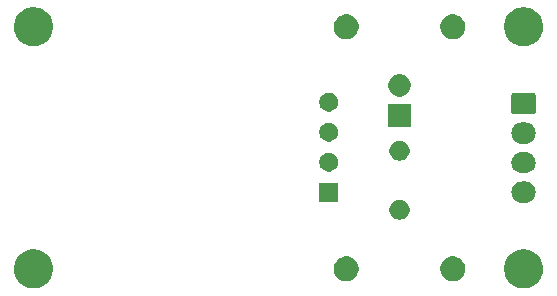
<source format=gbr>
G04 #@! TF.GenerationSoftware,KiCad,Pcbnew,5.1.6-c6e7f7d~87~ubuntu20.04.1*
G04 #@! TF.CreationDate,2020-08-21T14:16:14+01:00*
G04 #@! TF.ProjectId,hum_temp_sensor,68756d5f-7465-46d7-905f-73656e736f72,rev?*
G04 #@! TF.SameCoordinates,Original*
G04 #@! TF.FileFunction,Soldermask,Top*
G04 #@! TF.FilePolarity,Negative*
%FSLAX46Y46*%
G04 Gerber Fmt 4.6, Leading zero omitted, Abs format (unit mm)*
G04 Created by KiCad (PCBNEW 5.1.6-c6e7f7d~87~ubuntu20.04.1) date 2020-08-21 14:16:14*
%MOMM*%
%LPD*%
G01*
G04 APERTURE LIST*
%ADD10C,0.100000*%
G04 APERTURE END LIST*
D10*
G36*
X130875256Y-117891298D02*
G01*
X130981579Y-117912447D01*
X131282042Y-118036903D01*
X131552451Y-118217585D01*
X131782415Y-118447549D01*
X131963097Y-118717958D01*
X132080820Y-119002165D01*
X132087553Y-119018422D01*
X132151000Y-119337389D01*
X132151000Y-119662611D01*
X132108702Y-119875256D01*
X132087553Y-119981579D01*
X131963097Y-120282042D01*
X131782415Y-120552451D01*
X131552451Y-120782415D01*
X131282042Y-120963097D01*
X130981579Y-121087553D01*
X130875256Y-121108702D01*
X130662611Y-121151000D01*
X130337389Y-121151000D01*
X130124744Y-121108702D01*
X130018421Y-121087553D01*
X129717958Y-120963097D01*
X129447549Y-120782415D01*
X129217585Y-120552451D01*
X129036903Y-120282042D01*
X128912447Y-119981579D01*
X128891298Y-119875256D01*
X128849000Y-119662611D01*
X128849000Y-119337389D01*
X128912447Y-119018422D01*
X128919181Y-119002165D01*
X129036903Y-118717958D01*
X129217585Y-118447549D01*
X129447549Y-118217585D01*
X129717958Y-118036903D01*
X130018421Y-117912447D01*
X130124744Y-117891298D01*
X130337389Y-117849000D01*
X130662611Y-117849000D01*
X130875256Y-117891298D01*
G37*
G36*
X89375256Y-117891298D02*
G01*
X89481579Y-117912447D01*
X89782042Y-118036903D01*
X90052451Y-118217585D01*
X90282415Y-118447549D01*
X90463097Y-118717958D01*
X90580820Y-119002165D01*
X90587553Y-119018422D01*
X90651000Y-119337389D01*
X90651000Y-119662611D01*
X90608702Y-119875256D01*
X90587553Y-119981579D01*
X90463097Y-120282042D01*
X90282415Y-120552451D01*
X90052451Y-120782415D01*
X89782042Y-120963097D01*
X89481579Y-121087553D01*
X89375256Y-121108702D01*
X89162611Y-121151000D01*
X88837389Y-121151000D01*
X88624744Y-121108702D01*
X88518421Y-121087553D01*
X88217958Y-120963097D01*
X87947549Y-120782415D01*
X87717585Y-120552451D01*
X87536903Y-120282042D01*
X87412447Y-119981579D01*
X87391298Y-119875256D01*
X87349000Y-119662611D01*
X87349000Y-119337389D01*
X87412447Y-119018422D01*
X87419181Y-119002165D01*
X87536903Y-118717958D01*
X87717585Y-118447549D01*
X87947549Y-118217585D01*
X88217958Y-118036903D01*
X88518421Y-117912447D01*
X88624744Y-117891298D01*
X88837389Y-117849000D01*
X89162611Y-117849000D01*
X89375256Y-117891298D01*
G37*
G36*
X115806564Y-118489389D02*
G01*
X115997833Y-118568615D01*
X115997835Y-118568616D01*
X116169973Y-118683635D01*
X116316365Y-118830027D01*
X116431385Y-119002167D01*
X116510611Y-119193436D01*
X116551000Y-119396484D01*
X116551000Y-119603516D01*
X116510611Y-119806564D01*
X116431385Y-119997833D01*
X116431384Y-119997835D01*
X116316365Y-120169973D01*
X116169973Y-120316365D01*
X115997835Y-120431384D01*
X115997834Y-120431385D01*
X115997833Y-120431385D01*
X115806564Y-120510611D01*
X115603516Y-120551000D01*
X115396484Y-120551000D01*
X115193436Y-120510611D01*
X115002167Y-120431385D01*
X115002166Y-120431385D01*
X115002165Y-120431384D01*
X114830027Y-120316365D01*
X114683635Y-120169973D01*
X114568616Y-119997835D01*
X114568615Y-119997833D01*
X114489389Y-119806564D01*
X114449000Y-119603516D01*
X114449000Y-119396484D01*
X114489389Y-119193436D01*
X114568615Y-119002167D01*
X114683635Y-118830027D01*
X114830027Y-118683635D01*
X115002165Y-118568616D01*
X115002167Y-118568615D01*
X115193436Y-118489389D01*
X115396484Y-118449000D01*
X115603516Y-118449000D01*
X115806564Y-118489389D01*
G37*
G36*
X124806564Y-118489389D02*
G01*
X124997833Y-118568615D01*
X124997835Y-118568616D01*
X125169973Y-118683635D01*
X125316365Y-118830027D01*
X125431385Y-119002167D01*
X125510611Y-119193436D01*
X125551000Y-119396484D01*
X125551000Y-119603516D01*
X125510611Y-119806564D01*
X125431385Y-119997833D01*
X125431384Y-119997835D01*
X125316365Y-120169973D01*
X125169973Y-120316365D01*
X124997835Y-120431384D01*
X124997834Y-120431385D01*
X124997833Y-120431385D01*
X124806564Y-120510611D01*
X124603516Y-120551000D01*
X124396484Y-120551000D01*
X124193436Y-120510611D01*
X124002167Y-120431385D01*
X124002166Y-120431385D01*
X124002165Y-120431384D01*
X123830027Y-120316365D01*
X123683635Y-120169973D01*
X123568616Y-119997835D01*
X123568615Y-119997833D01*
X123489389Y-119806564D01*
X123449000Y-119603516D01*
X123449000Y-119396484D01*
X123489389Y-119193436D01*
X123568615Y-119002167D01*
X123683635Y-118830027D01*
X123830027Y-118683635D01*
X124002165Y-118568616D01*
X124002167Y-118568615D01*
X124193436Y-118489389D01*
X124396484Y-118449000D01*
X124603516Y-118449000D01*
X124806564Y-118489389D01*
G37*
G36*
X120248228Y-113681703D02*
G01*
X120403100Y-113745853D01*
X120542481Y-113838985D01*
X120661015Y-113957519D01*
X120754147Y-114096900D01*
X120818297Y-114251772D01*
X120851000Y-114416184D01*
X120851000Y-114583816D01*
X120818297Y-114748228D01*
X120754147Y-114903100D01*
X120661015Y-115042481D01*
X120542481Y-115161015D01*
X120403100Y-115254147D01*
X120248228Y-115318297D01*
X120083816Y-115351000D01*
X119916184Y-115351000D01*
X119751772Y-115318297D01*
X119596900Y-115254147D01*
X119457519Y-115161015D01*
X119338985Y-115042481D01*
X119245853Y-114903100D01*
X119181703Y-114748228D01*
X119149000Y-114583816D01*
X119149000Y-114416184D01*
X119181703Y-114251772D01*
X119245853Y-114096900D01*
X119338985Y-113957519D01*
X119457519Y-113838985D01*
X119596900Y-113745853D01*
X119751772Y-113681703D01*
X119916184Y-113649000D01*
X120083816Y-113649000D01*
X120248228Y-113681703D01*
G37*
G36*
X130735442Y-112105518D02*
G01*
X130801627Y-112112037D01*
X130971466Y-112163557D01*
X131127991Y-112247222D01*
X131163729Y-112276552D01*
X131265186Y-112359814D01*
X131348448Y-112461271D01*
X131377778Y-112497009D01*
X131461443Y-112653534D01*
X131512963Y-112823373D01*
X131530359Y-113000000D01*
X131512963Y-113176627D01*
X131461443Y-113346466D01*
X131377778Y-113502991D01*
X131348448Y-113538729D01*
X131265186Y-113640186D01*
X131163729Y-113723448D01*
X131127991Y-113752778D01*
X130971466Y-113836443D01*
X130801627Y-113887963D01*
X130735443Y-113894481D01*
X130669260Y-113901000D01*
X130330740Y-113901000D01*
X130264557Y-113894481D01*
X130198373Y-113887963D01*
X130028534Y-113836443D01*
X129872009Y-113752778D01*
X129836271Y-113723448D01*
X129734814Y-113640186D01*
X129651552Y-113538729D01*
X129622222Y-113502991D01*
X129538557Y-113346466D01*
X129487037Y-113176627D01*
X129469641Y-113000000D01*
X129487037Y-112823373D01*
X129538557Y-112653534D01*
X129622222Y-112497009D01*
X129651552Y-112461271D01*
X129734814Y-112359814D01*
X129836271Y-112276552D01*
X129872009Y-112247222D01*
X130028534Y-112163557D01*
X130198373Y-112112037D01*
X130264558Y-112105518D01*
X130330740Y-112099000D01*
X130669260Y-112099000D01*
X130735442Y-112105518D01*
G37*
G36*
X114801000Y-113801000D02*
G01*
X113199000Y-113801000D01*
X113199000Y-112199000D01*
X114801000Y-112199000D01*
X114801000Y-113801000D01*
G37*
G36*
X130735442Y-109605518D02*
G01*
X130801627Y-109612037D01*
X130971466Y-109663557D01*
X131127991Y-109747222D01*
X131163729Y-109776552D01*
X131265186Y-109859814D01*
X131338700Y-109949393D01*
X131377778Y-109997009D01*
X131461443Y-110153534D01*
X131512963Y-110323373D01*
X131530359Y-110500000D01*
X131512963Y-110676627D01*
X131461443Y-110846466D01*
X131377778Y-111002991D01*
X131348448Y-111038729D01*
X131265186Y-111140186D01*
X131163729Y-111223448D01*
X131127991Y-111252778D01*
X130971466Y-111336443D01*
X130801627Y-111387963D01*
X130735443Y-111394481D01*
X130669260Y-111401000D01*
X130330740Y-111401000D01*
X130264557Y-111394481D01*
X130198373Y-111387963D01*
X130028534Y-111336443D01*
X129872009Y-111252778D01*
X129836271Y-111223448D01*
X129734814Y-111140186D01*
X129651552Y-111038729D01*
X129622222Y-111002991D01*
X129538557Y-110846466D01*
X129487037Y-110676627D01*
X129469641Y-110500000D01*
X129487037Y-110323373D01*
X129538557Y-110153534D01*
X129622222Y-109997009D01*
X129661300Y-109949393D01*
X129734814Y-109859814D01*
X129836271Y-109776552D01*
X129872009Y-109747222D01*
X130028534Y-109663557D01*
X130198373Y-109612037D01*
X130264558Y-109605518D01*
X130330740Y-109599000D01*
X130669260Y-109599000D01*
X130735442Y-109605518D01*
G37*
G36*
X114233642Y-109689781D02*
G01*
X114374747Y-109748229D01*
X114379416Y-109750163D01*
X114510608Y-109837822D01*
X114622178Y-109949392D01*
X114709837Y-110080584D01*
X114709838Y-110080586D01*
X114770219Y-110226358D01*
X114801000Y-110381107D01*
X114801000Y-110538893D01*
X114770219Y-110693642D01*
X114709838Y-110839414D01*
X114709837Y-110839416D01*
X114622178Y-110970608D01*
X114510608Y-111082178D01*
X114379416Y-111169837D01*
X114379415Y-111169838D01*
X114379414Y-111169838D01*
X114233642Y-111230219D01*
X114078893Y-111261000D01*
X113921107Y-111261000D01*
X113766358Y-111230219D01*
X113620586Y-111169838D01*
X113620585Y-111169838D01*
X113620584Y-111169837D01*
X113489392Y-111082178D01*
X113377822Y-110970608D01*
X113290163Y-110839416D01*
X113290162Y-110839414D01*
X113229781Y-110693642D01*
X113199000Y-110538893D01*
X113199000Y-110381107D01*
X113229781Y-110226358D01*
X113290162Y-110080586D01*
X113290163Y-110080584D01*
X113377822Y-109949392D01*
X113489392Y-109837822D01*
X113620584Y-109750163D01*
X113625253Y-109748229D01*
X113766358Y-109689781D01*
X113921107Y-109659000D01*
X114078893Y-109659000D01*
X114233642Y-109689781D01*
G37*
G36*
X120248228Y-108681703D02*
G01*
X120403100Y-108745853D01*
X120542481Y-108838985D01*
X120661015Y-108957519D01*
X120754147Y-109096900D01*
X120818297Y-109251772D01*
X120851000Y-109416184D01*
X120851000Y-109583816D01*
X120818297Y-109748228D01*
X120754147Y-109903100D01*
X120661015Y-110042481D01*
X120542481Y-110161015D01*
X120403100Y-110254147D01*
X120248228Y-110318297D01*
X120083816Y-110351000D01*
X119916184Y-110351000D01*
X119751772Y-110318297D01*
X119596900Y-110254147D01*
X119457519Y-110161015D01*
X119338985Y-110042481D01*
X119245853Y-109903100D01*
X119181703Y-109748228D01*
X119149000Y-109583816D01*
X119149000Y-109416184D01*
X119181703Y-109251772D01*
X119245853Y-109096900D01*
X119338985Y-108957519D01*
X119457519Y-108838985D01*
X119596900Y-108745853D01*
X119751772Y-108681703D01*
X119916184Y-108649000D01*
X120083816Y-108649000D01*
X120248228Y-108681703D01*
G37*
G36*
X130735443Y-107105519D02*
G01*
X130801627Y-107112037D01*
X130971466Y-107163557D01*
X131127991Y-107247222D01*
X131163729Y-107276552D01*
X131265186Y-107359814D01*
X131340019Y-107451000D01*
X131377778Y-107497009D01*
X131461443Y-107653534D01*
X131512963Y-107823373D01*
X131530359Y-108000000D01*
X131512963Y-108176627D01*
X131461443Y-108346466D01*
X131377778Y-108502991D01*
X131348448Y-108538729D01*
X131265186Y-108640186D01*
X131166712Y-108721000D01*
X131127991Y-108752778D01*
X130971466Y-108836443D01*
X130801627Y-108887963D01*
X130735442Y-108894482D01*
X130669260Y-108901000D01*
X130330740Y-108901000D01*
X130264558Y-108894482D01*
X130198373Y-108887963D01*
X130028534Y-108836443D01*
X129872009Y-108752778D01*
X129833288Y-108721000D01*
X129734814Y-108640186D01*
X129651552Y-108538729D01*
X129622222Y-108502991D01*
X129538557Y-108346466D01*
X129487037Y-108176627D01*
X129469641Y-108000000D01*
X129487037Y-107823373D01*
X129538557Y-107653534D01*
X129622222Y-107497009D01*
X129659981Y-107451000D01*
X129734814Y-107359814D01*
X129836271Y-107276552D01*
X129872009Y-107247222D01*
X130028534Y-107163557D01*
X130198373Y-107112037D01*
X130264557Y-107105519D01*
X130330740Y-107099000D01*
X130669260Y-107099000D01*
X130735443Y-107105519D01*
G37*
G36*
X114233642Y-107149781D02*
G01*
X114379414Y-107210162D01*
X114379416Y-107210163D01*
X114510608Y-107297822D01*
X114622178Y-107409392D01*
X114709837Y-107540584D01*
X114709838Y-107540586D01*
X114770219Y-107686358D01*
X114801000Y-107841107D01*
X114801000Y-107998893D01*
X114770219Y-108153642D01*
X114760699Y-108176625D01*
X114709837Y-108299416D01*
X114622178Y-108430608D01*
X114510608Y-108542178D01*
X114379416Y-108629837D01*
X114379415Y-108629838D01*
X114379414Y-108629838D01*
X114233642Y-108690219D01*
X114078893Y-108721000D01*
X113921107Y-108721000D01*
X113766358Y-108690219D01*
X113620586Y-108629838D01*
X113620585Y-108629838D01*
X113620584Y-108629837D01*
X113489392Y-108542178D01*
X113377822Y-108430608D01*
X113290163Y-108299416D01*
X113239301Y-108176625D01*
X113229781Y-108153642D01*
X113199000Y-107998893D01*
X113199000Y-107841107D01*
X113229781Y-107686358D01*
X113290162Y-107540586D01*
X113290163Y-107540584D01*
X113377822Y-107409392D01*
X113489392Y-107297822D01*
X113620584Y-107210163D01*
X113620586Y-107210162D01*
X113766358Y-107149781D01*
X113921107Y-107119000D01*
X114078893Y-107119000D01*
X114233642Y-107149781D01*
G37*
G36*
X120951000Y-107451000D02*
G01*
X119049000Y-107451000D01*
X119049000Y-105549000D01*
X120951000Y-105549000D01*
X120951000Y-107451000D01*
G37*
G36*
X131383600Y-104602989D02*
G01*
X131416652Y-104613015D01*
X131447103Y-104629292D01*
X131473799Y-104651201D01*
X131495708Y-104677897D01*
X131511985Y-104708348D01*
X131522011Y-104741400D01*
X131526000Y-104781903D01*
X131526000Y-106218097D01*
X131522011Y-106258600D01*
X131511985Y-106291652D01*
X131495708Y-106322103D01*
X131473799Y-106348799D01*
X131447103Y-106370708D01*
X131416652Y-106386985D01*
X131383600Y-106397011D01*
X131343097Y-106401000D01*
X129656903Y-106401000D01*
X129616400Y-106397011D01*
X129583348Y-106386985D01*
X129552897Y-106370708D01*
X129526201Y-106348799D01*
X129504292Y-106322103D01*
X129488015Y-106291652D01*
X129477989Y-106258600D01*
X129474000Y-106218097D01*
X129474000Y-104781903D01*
X129477989Y-104741400D01*
X129488015Y-104708348D01*
X129504292Y-104677897D01*
X129526201Y-104651201D01*
X129552897Y-104629292D01*
X129583348Y-104613015D01*
X129616400Y-104602989D01*
X129656903Y-104599000D01*
X131343097Y-104599000D01*
X131383600Y-104602989D01*
G37*
G36*
X114233642Y-104609781D02*
G01*
X114333638Y-104651201D01*
X114379416Y-104670163D01*
X114510608Y-104757822D01*
X114622178Y-104869392D01*
X114625560Y-104874454D01*
X114709838Y-105000586D01*
X114770219Y-105146358D01*
X114801000Y-105301107D01*
X114801000Y-105458893D01*
X114770219Y-105613642D01*
X114709838Y-105759414D01*
X114709837Y-105759416D01*
X114622178Y-105890608D01*
X114510608Y-106002178D01*
X114379416Y-106089837D01*
X114379415Y-106089838D01*
X114379414Y-106089838D01*
X114233642Y-106150219D01*
X114078893Y-106181000D01*
X113921107Y-106181000D01*
X113766358Y-106150219D01*
X113620586Y-106089838D01*
X113620585Y-106089838D01*
X113620584Y-106089837D01*
X113489392Y-106002178D01*
X113377822Y-105890608D01*
X113290163Y-105759416D01*
X113290162Y-105759414D01*
X113229781Y-105613642D01*
X113199000Y-105458893D01*
X113199000Y-105301107D01*
X113229781Y-105146358D01*
X113290162Y-105000586D01*
X113374440Y-104874454D01*
X113377822Y-104869392D01*
X113489392Y-104757822D01*
X113620584Y-104670163D01*
X113666362Y-104651201D01*
X113766358Y-104609781D01*
X113921107Y-104579000D01*
X114078893Y-104579000D01*
X114233642Y-104609781D01*
G37*
G36*
X120277395Y-103045546D02*
G01*
X120450466Y-103117234D01*
X120450467Y-103117235D01*
X120606227Y-103221310D01*
X120738690Y-103353773D01*
X120738691Y-103353775D01*
X120842766Y-103509534D01*
X120914454Y-103682605D01*
X120951000Y-103866333D01*
X120951000Y-104053667D01*
X120914454Y-104237395D01*
X120842766Y-104410466D01*
X120842765Y-104410467D01*
X120738690Y-104566227D01*
X120606227Y-104698690D01*
X120579162Y-104716774D01*
X120450466Y-104802766D01*
X120277395Y-104874454D01*
X120093667Y-104911000D01*
X119906333Y-104911000D01*
X119722605Y-104874454D01*
X119549534Y-104802766D01*
X119420838Y-104716774D01*
X119393773Y-104698690D01*
X119261310Y-104566227D01*
X119157235Y-104410467D01*
X119157234Y-104410466D01*
X119085546Y-104237395D01*
X119049000Y-104053667D01*
X119049000Y-103866333D01*
X119085546Y-103682605D01*
X119157234Y-103509534D01*
X119261309Y-103353775D01*
X119261310Y-103353773D01*
X119393773Y-103221310D01*
X119549533Y-103117235D01*
X119549534Y-103117234D01*
X119722605Y-103045546D01*
X119906333Y-103009000D01*
X120093667Y-103009000D01*
X120277395Y-103045546D01*
G37*
G36*
X89375256Y-97391298D02*
G01*
X89481579Y-97412447D01*
X89782042Y-97536903D01*
X90052451Y-97717585D01*
X90282415Y-97947549D01*
X90463097Y-98217958D01*
X90580820Y-98502165D01*
X90587553Y-98518422D01*
X90651000Y-98837389D01*
X90651000Y-99162611D01*
X90608702Y-99375256D01*
X90587553Y-99481579D01*
X90463097Y-99782042D01*
X90282415Y-100052451D01*
X90052451Y-100282415D01*
X89782042Y-100463097D01*
X89481579Y-100587553D01*
X89375256Y-100608702D01*
X89162611Y-100651000D01*
X88837389Y-100651000D01*
X88624744Y-100608702D01*
X88518421Y-100587553D01*
X88217958Y-100463097D01*
X87947549Y-100282415D01*
X87717585Y-100052451D01*
X87536903Y-99782042D01*
X87412447Y-99481579D01*
X87391298Y-99375256D01*
X87349000Y-99162611D01*
X87349000Y-98837389D01*
X87412447Y-98518422D01*
X87419181Y-98502165D01*
X87536903Y-98217958D01*
X87717585Y-97947549D01*
X87947549Y-97717585D01*
X88217958Y-97536903D01*
X88518421Y-97412447D01*
X88624744Y-97391298D01*
X88837389Y-97349000D01*
X89162611Y-97349000D01*
X89375256Y-97391298D01*
G37*
G36*
X130875256Y-97391298D02*
G01*
X130981579Y-97412447D01*
X131282042Y-97536903D01*
X131552451Y-97717585D01*
X131782415Y-97947549D01*
X131963097Y-98217958D01*
X132080820Y-98502165D01*
X132087553Y-98518422D01*
X132151000Y-98837389D01*
X132151000Y-99162611D01*
X132108702Y-99375256D01*
X132087553Y-99481579D01*
X131963097Y-99782042D01*
X131782415Y-100052451D01*
X131552451Y-100282415D01*
X131282042Y-100463097D01*
X130981579Y-100587553D01*
X130875256Y-100608702D01*
X130662611Y-100651000D01*
X130337389Y-100651000D01*
X130124744Y-100608702D01*
X130018421Y-100587553D01*
X129717958Y-100463097D01*
X129447549Y-100282415D01*
X129217585Y-100052451D01*
X129036903Y-99782042D01*
X128912447Y-99481579D01*
X128891298Y-99375256D01*
X128849000Y-99162611D01*
X128849000Y-98837389D01*
X128912447Y-98518422D01*
X128919181Y-98502165D01*
X129036903Y-98217958D01*
X129217585Y-97947549D01*
X129447549Y-97717585D01*
X129717958Y-97536903D01*
X130018421Y-97412447D01*
X130124744Y-97391298D01*
X130337389Y-97349000D01*
X130662611Y-97349000D01*
X130875256Y-97391298D01*
G37*
G36*
X124806564Y-97989389D02*
G01*
X124997833Y-98068615D01*
X124997835Y-98068616D01*
X125169973Y-98183635D01*
X125316365Y-98330027D01*
X125431385Y-98502167D01*
X125510611Y-98693436D01*
X125551000Y-98896484D01*
X125551000Y-99103516D01*
X125510611Y-99306564D01*
X125431385Y-99497833D01*
X125431384Y-99497835D01*
X125316365Y-99669973D01*
X125169973Y-99816365D01*
X124997835Y-99931384D01*
X124997834Y-99931385D01*
X124997833Y-99931385D01*
X124806564Y-100010611D01*
X124603516Y-100051000D01*
X124396484Y-100051000D01*
X124193436Y-100010611D01*
X124002167Y-99931385D01*
X124002166Y-99931385D01*
X124002165Y-99931384D01*
X123830027Y-99816365D01*
X123683635Y-99669973D01*
X123568616Y-99497835D01*
X123568615Y-99497833D01*
X123489389Y-99306564D01*
X123449000Y-99103516D01*
X123449000Y-98896484D01*
X123489389Y-98693436D01*
X123568615Y-98502167D01*
X123683635Y-98330027D01*
X123830027Y-98183635D01*
X124002165Y-98068616D01*
X124002167Y-98068615D01*
X124193436Y-97989389D01*
X124396484Y-97949000D01*
X124603516Y-97949000D01*
X124806564Y-97989389D01*
G37*
G36*
X115806564Y-97989389D02*
G01*
X115997833Y-98068615D01*
X115997835Y-98068616D01*
X116169973Y-98183635D01*
X116316365Y-98330027D01*
X116431385Y-98502167D01*
X116510611Y-98693436D01*
X116551000Y-98896484D01*
X116551000Y-99103516D01*
X116510611Y-99306564D01*
X116431385Y-99497833D01*
X116431384Y-99497835D01*
X116316365Y-99669973D01*
X116169973Y-99816365D01*
X115997835Y-99931384D01*
X115997834Y-99931385D01*
X115997833Y-99931385D01*
X115806564Y-100010611D01*
X115603516Y-100051000D01*
X115396484Y-100051000D01*
X115193436Y-100010611D01*
X115002167Y-99931385D01*
X115002166Y-99931385D01*
X115002165Y-99931384D01*
X114830027Y-99816365D01*
X114683635Y-99669973D01*
X114568616Y-99497835D01*
X114568615Y-99497833D01*
X114489389Y-99306564D01*
X114449000Y-99103516D01*
X114449000Y-98896484D01*
X114489389Y-98693436D01*
X114568615Y-98502167D01*
X114683635Y-98330027D01*
X114830027Y-98183635D01*
X115002165Y-98068616D01*
X115002167Y-98068615D01*
X115193436Y-97989389D01*
X115396484Y-97949000D01*
X115603516Y-97949000D01*
X115806564Y-97989389D01*
G37*
M02*

</source>
